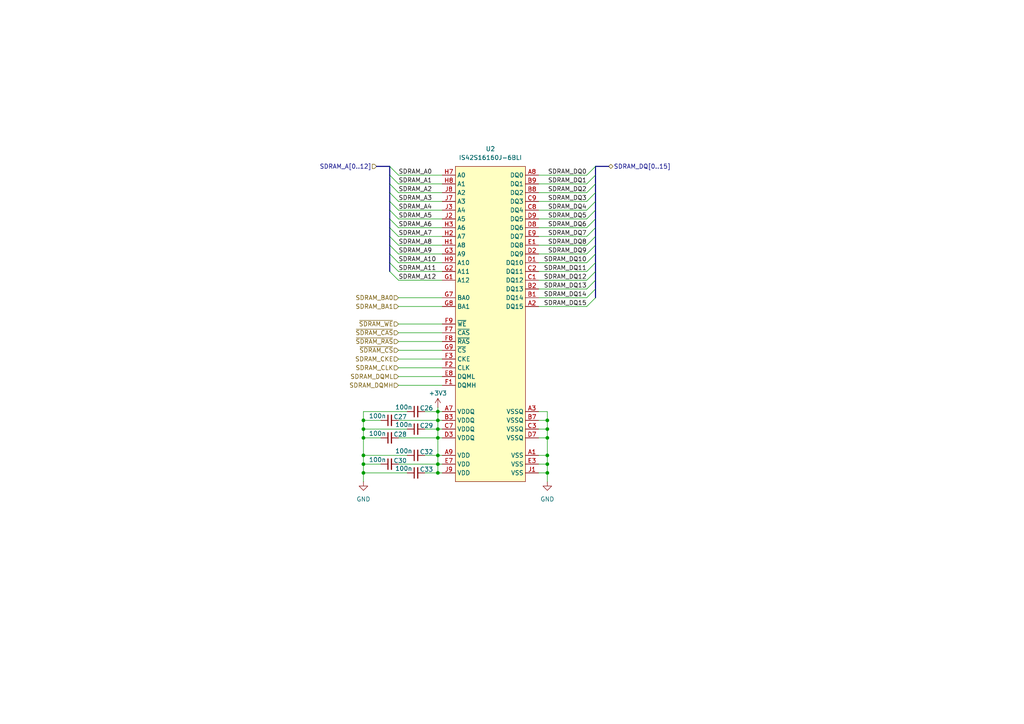
<source format=kicad_sch>
(kicad_sch (version 20231120) (generator "eeschema") (generator_version "8.0")
  (paper "A4")
  (lib_symbols
    (symbol "Device:C_Small" (pin_numbers hide) (pin_names (offset 0.254) hide)
      (property "Reference" "C" (at 0.254 1.778 0))
      (property "Value" "C_Small" (at 0.254 -2.032 0))
      (symbol "C_Small_0_1"
        (polyline (pts (xy -1.524 -0.508) (xy 1.524 -0.508)) (stroke (width 0.3302)))
        (polyline (pts (xy -1.524 0.508) (xy 1.524 0.508)) (stroke (width 0.3048)))
      )
      (symbol "C_Small_1_1"
        (pin passive line (at 0 2.54 270) (length 2.032) (name "~") (number "1"))
        (pin passive line (at 0 -2.54 90) (length 2.032) (name "~") (number "2"))
      )
    )
    (symbol "Memory_SDRAM:IS42S16160J-6BLI-BGA"
      (property "Reference" "U" (at 0 50.038 0))
      (property "Value" "IS42S16160J-6BLI" (at 0 47.752 0))
      (symbol "IS42S16160J-6BLI-BGA_1_1"
        (rectangle (start -10.16 45.72) (end 10.16 -45.72) (fill (type background)))
        (pin power_in line (at 13.97 -38.1 180) (length 3.81) (name "VSS") (number "A1"))
        (pin bidirectional line (at 13.97 5.08 180) (length 3.81) (name "DQ15") (number "A2"))
        (pin power_in line (at 13.97 -25.4 180) (length 3.81) (name "VSSQ") (number "A3"))
        (pin power_in line (at -13.97 -25.4 0) (length 3.81) (name "VDDQ") (number "A7"))
        (pin bidirectional line (at 13.97 43.18 180) (length 3.81) (name "DQ0") (number "A8"))
        (pin power_in line (at -13.97 -38.1 0) (length 3.81) (name "VDD") (number "A9"))
        (pin bidirectional line (at 13.97 7.62 180) (length 3.81) (name "DQ14") (number "B1"))
        (pin bidirectional line (at 13.97 10.16 180) (length 3.81) (name "DQ13") (number "B2"))
        (pin power_in line (at -13.97 -27.94 0) (length 3.81) (name "VDDQ") (number "B3"))
        (pin power_in line (at 13.97 -27.94 180) (length 3.81) (name "VSSQ") (number "B7"))
        (pin bidirectional line (at 13.97 38.1 180) (length 3.81) (name "DQ2") (number "B8"))
        (pin bidirectional line (at 13.97 40.64 180) (length 3.81) (name "DQ1") (number "B9"))
        (pin bidirectional line (at 13.97 12.7 180) (length 3.81) (name "DQ12") (number "C1"))
        (pin bidirectional line (at 13.97 15.24 180) (length 3.81) (name "DQ11") (number "C2"))
        (pin power_in line (at 13.97 -30.48 180) (length 3.81) (name "VSSQ") (number "C3"))
        (pin power_in line (at -13.97 -30.48 0) (length 3.81) (name "VDDQ") (number "C7"))
        (pin bidirectional line (at 13.97 33.02 180) (length 3.81) (name "DQ4") (number "C8"))
        (pin bidirectional line (at 13.97 35.56 180) (length 3.81) (name "DQ3") (number "C9"))
        (pin bidirectional line (at 13.97 17.78 180) (length 3.81) (name "DQ10") (number "D1"))
        (pin bidirectional line (at 13.97 20.32 180) (length 3.81) (name "DQ9") (number "D2"))
        (pin power_in line (at -13.97 -33.02 0) (length 3.81) (name "VDDQ") (number "D3"))
        (pin power_in line (at 13.97 -33.02 180) (length 3.81) (name "VSSQ") (number "D7"))
        (pin bidirectional line (at 13.97 27.94 180) (length 3.81) (name "DQ6") (number "D8"))
        (pin bidirectional line (at 13.97 30.48 180) (length 3.81) (name "DQ5") (number "D9"))
        (pin bidirectional line (at 13.97 22.86 180) (length 3.81) (name "DQ8") (number "E1"))
        (pin no_connect line (at 13.97 0 180) (length 3.81) hide (name "NC") (number "E2"))
        (pin power_in line (at 13.97 -40.64 180) (length 3.81) (name "VSS") (number "E3"))
        (pin power_in line (at -13.97 -40.64 0) (length 3.81) (name "VDD") (number "E7"))
        (pin input line (at -13.97 -15.24 0) (length 3.81) (name "DQML") (number "E8"))
        (pin bidirectional line (at 13.97 25.4 180) (length 3.81) (name "DQ7") (number "E9"))
        (pin input line (at -13.97 -17.78 0) (length 3.81) (name "DQMH") (number "F1"))
        (pin input line (at -13.97 -12.7 0) (length 3.81) (name "CLK") (number "F2"))
        (pin input line (at -13.97 -10.16 0) (length 3.81) (name "CKE") (number "F3"))
        (pin input line (at -13.97 -2.54 0) (length 3.81) (name "~{CAS}") (number "F7"))
        (pin input line (at -13.97 -5.08 0) (length 3.81) (name "~{RAS}") (number "F8"))
        (pin input line (at -13.97 0 0) (length 3.81) (name "~{WE}") (number "F9"))
        (pin input line (at -13.97 12.7 0) (length 3.81) (name "A12") (number "G1"))
        (pin input line (at -13.97 15.24 0) (length 3.81) (name "A11") (number "G2"))
        (pin input line (at -13.97 20.32 0) (length 3.81) (name "A9") (number "G3"))
        (pin input line (at -13.97 7.62 0) (length 3.81) (name "BA0") (number "G7"))
        (pin input line (at -13.97 5.08 0) (length 3.81) (name "BA1") (number "G8"))
        (pin input line (at -13.97 -7.62 0) (length 3.81) (name "~{CS}") (number "G9"))
        (pin input line (at -13.97 22.86 0) (length 3.81) (name "A8") (number "H1"))
        (pin input line (at -13.97 25.4 0) (length 3.81) (name "A7") (number "H2"))
        (pin input line (at -13.97 27.94 0) (length 3.81) (name "A6") (number "H3"))
        (pin input line (at -13.97 43.18 0) (length 3.81) (name "A0") (number "H7"))
        (pin input line (at -13.97 40.64 0) (length 3.81) (name "A1") (number "H8"))
        (pin input line (at -13.97 17.78 0) (length 3.81) (name "A10") (number "H9"))
        (pin power_in line (at 13.97 -43.18 180) (length 3.81) (name "VSS") (number "J1"))
        (pin input line (at -13.97 30.48 0) (length 3.81) (name "A5") (number "J2"))
        (pin input line (at -13.97 33.02 0) (length 3.81) (name "A4") (number "J3"))
        (pin input line (at -13.97 35.56 0) (length 3.81) (name "A3") (number "J7"))
        (pin input line (at -13.97 38.1 0) (length 3.81) (name "A2") (number "J8"))
        (pin power_in line (at -13.97 -43.18 0) (length 3.81) (name "VDD") (number "J9"))
      )
    )
    (symbol "power:+3V3" (power) (pin_numbers hide) (pin_names (offset 0) hide)
      (property "Value" "+3V3" (at 0 3.556 0))
      (symbol "+3V3_0_1"
        (polyline (pts (xy -0.762 1.27) (xy 0 2.54)))
        (polyline (pts (xy 0 0) (xy 0 2.54)))
        (polyline (pts (xy 0 2.54) (xy 0.762 1.27)))
      )
      (symbol "+3V3_1_1"
        (pin power_in line (at 0 0 90) (length 0) (name "~") (number "1"))
      )
    )
    (symbol "power:GND" (power) (pin_numbers hide) (pin_names (offset 0) hide)
      (property "Value" "GND" (at 0 -3.81 0))
      (symbol "GND_0_1"
        (polyline (pts (xy 0 0) (xy 0 -1.27) (xy 1.27 -1.27) (xy 0 -2.54) (xy -1.27 -1.27) (xy 0 -1.27)))
      )
      (symbol "GND_1_1"
        (pin power_in line (at 0 0 270) (length 0) (name "~") (number "1"))
      )
    )
  )
  (junction (at 105.41 132.08))
  (junction (at 158.75 124.46))
  (junction (at 127 134.62))
  (junction (at 158.75 137.16))
  (junction (at 158.75 121.92))
  (junction (at 127 127))
  (junction (at 105.41 121.92))
  (junction (at 105.41 124.46))
  (junction (at 105.41 127))
  (junction (at 158.75 132.08))
  (junction (at 127 119.38))
  (junction (at 105.41 134.62))
  (junction (at 105.41 137.16))
  (junction (at 158.75 134.62))
  (junction (at 127 121.92))
  (junction (at 127 132.08))
  (junction (at 158.75 127))
  (junction (at 127 137.16))
  (junction (at 127 124.46))
  (bus_entry (at 113.03 55.88) (size 2.54 2.54))
  (bus_entry (at 172.72 73.66) (size -2.54 2.54))
  (bus_entry (at 172.72 76.2) (size -2.54 2.54))
  (bus_entry (at 113.03 48.26) (size 2.54 2.54))
  (bus_entry (at 172.72 48.26) (size -2.54 2.54))
  (bus_entry (at 113.03 63.5) (size 2.54 2.54))
  (bus_entry (at 113.03 78.74) (size 2.54 2.54))
  (bus_entry (at 172.72 53.34) (size -2.54 2.54))
  (bus_entry (at 113.03 76.2) (size 2.54 2.54))
  (bus_entry (at 172.72 66.04) (size -2.54 2.54))
  (bus_entry (at 172.72 83.82) (size -2.54 2.54))
  (bus_entry (at 113.03 71.12) (size 2.54 2.54))
  (bus_entry (at 172.72 63.5) (size -2.54 2.54))
  (bus_entry (at 172.72 71.12) (size -2.54 2.54))
  (bus_entry (at 172.72 78.74) (size -2.54 2.54))
  (bus_entry (at 113.03 68.58) (size 2.54 2.54))
  (bus_entry (at 172.72 60.96) (size -2.54 2.54))
  (bus_entry (at 113.03 53.34) (size 2.54 2.54))
  (bus_entry (at 172.72 86.36) (size -2.54 2.54))
  (bus_entry (at 113.03 66.04) (size 2.54 2.54))
  (bus_entry (at 172.72 68.58) (size -2.54 2.54))
  (bus_entry (at 113.03 73.66) (size 2.54 2.54))
  (bus_entry (at 172.72 81.28) (size -2.54 2.54))
  (bus_entry (at 113.03 50.8) (size 2.54 2.54))
  (bus_entry (at 172.72 58.42) (size -2.54 2.54))
  (bus_entry (at 172.72 55.88) (size -2.54 2.54))
  (bus_entry (at 172.72 50.8) (size -2.54 2.54))
  (bus_entry (at 113.03 60.96) (size 2.54 2.54))
  (bus_entry (at 113.03 58.42) (size 2.54 2.54))
  (wire (pts (xy 115.57 93.98) (xy 128.27 93.98)))
  (bus (pts (xy 172.72 60.96) (xy 172.72 63.5)))
  (wire (pts (xy 156.21 63.5) (xy 170.18 63.5)))
  (wire (pts (xy 115.57 60.96) (xy 128.27 60.96)))
  (wire (pts (xy 105.41 124.46) (xy 105.41 127)))
  (wire (pts (xy 127 119.38) (xy 128.27 119.38)))
  (bus (pts (xy 113.03 48.26) (xy 113.03 50.8)))
  (bus (pts (xy 172.72 66.04) (xy 172.72 68.58)))
  (wire (pts (xy 156.21 127) (xy 158.75 127)))
  (bus (pts (xy 113.03 73.66) (xy 113.03 76.2)))
  (wire (pts (xy 156.21 124.46) (xy 158.75 124.46)))
  (wire (pts (xy 105.41 132.08) (xy 118.11 132.08)))
  (wire (pts (xy 115.57 109.22) (xy 128.27 109.22)))
  (bus (pts (xy 172.72 81.28) (xy 172.72 83.82)))
  (wire (pts (xy 115.57 53.34) (xy 128.27 53.34)))
  (wire (pts (xy 105.41 134.62) (xy 105.41 137.16)))
  (wire (pts (xy 115.57 96.52) (xy 128.27 96.52)))
  (wire (pts (xy 156.21 71.12) (xy 170.18 71.12)))
  (wire (pts (xy 127 121.92) (xy 128.27 121.92)))
  (wire (pts (xy 115.57 78.74) (xy 128.27 78.74)))
  (wire (pts (xy 127 134.62) (xy 127 137.16)))
  (wire (pts (xy 158.75 132.08) (xy 158.75 134.62)))
  (wire (pts (xy 156.21 134.62) (xy 158.75 134.62)))
  (wire (pts (xy 115.57 76.2) (xy 128.27 76.2)))
  (wire (pts (xy 156.21 73.66) (xy 170.18 73.66)))
  (bus (pts (xy 172.72 48.26) (xy 176.53 48.26)))
  (wire (pts (xy 105.41 137.16) (xy 118.11 137.16)))
  (wire (pts (xy 156.21 86.36) (xy 170.18 86.36)))
  (wire (pts (xy 127 137.16) (xy 128.27 137.16)))
  (wire (pts (xy 156.21 78.74) (xy 170.18 78.74)))
  (wire (pts (xy 115.57 88.9) (xy 128.27 88.9)))
  (wire (pts (xy 156.21 76.2) (xy 170.18 76.2)))
  (wire (pts (xy 127 132.08) (xy 128.27 132.08)))
  (wire (pts (xy 105.41 119.38) (xy 105.41 121.92)))
  (wire (pts (xy 115.57 127) (xy 127 127)))
  (wire (pts (xy 127 118.11) (xy 127 119.38)))
  (wire (pts (xy 115.57 73.66) (xy 128.27 73.66)))
  (wire (pts (xy 115.57 58.42) (xy 128.27 58.42)))
  (wire (pts (xy 115.57 106.68) (xy 128.27 106.68)))
  (wire (pts (xy 115.57 71.12) (xy 128.27 71.12)))
  (wire (pts (xy 105.41 127) (xy 110.49 127)))
  (bus (pts (xy 113.03 60.96) (xy 113.03 63.5)))
  (wire (pts (xy 156.21 58.42) (xy 170.18 58.42)))
  (wire (pts (xy 158.75 119.38) (xy 158.75 121.92)))
  (wire (pts (xy 158.75 134.62) (xy 158.75 137.16)))
  (wire (pts (xy 115.57 81.28) (xy 128.27 81.28)))
  (wire (pts (xy 127 132.08) (xy 127 134.62)))
  (wire (pts (xy 156.21 50.8) (xy 170.18 50.8)))
  (wire (pts (xy 123.19 124.46) (xy 127 124.46)))
  (bus (pts (xy 172.72 83.82) (xy 172.72 86.36)))
  (wire (pts (xy 123.19 137.16) (xy 127 137.16)))
  (bus (pts (xy 172.72 50.8) (xy 172.72 53.34)))
  (wire (pts (xy 156.21 53.34) (xy 170.18 53.34)))
  (wire (pts (xy 115.57 99.06) (xy 128.27 99.06)))
  (wire (pts (xy 156.21 55.88) (xy 170.18 55.88)))
  (bus (pts (xy 109.22 48.26) (xy 113.03 48.26)))
  (bus (pts (xy 172.72 53.34) (xy 172.72 55.88)))
  (wire (pts (xy 105.41 124.46) (xy 118.11 124.46)))
  (wire (pts (xy 115.57 68.58) (xy 128.27 68.58)))
  (wire (pts (xy 127 119.38) (xy 127 121.92)))
  (wire (pts (xy 156.21 121.92) (xy 158.75 121.92)))
  (bus (pts (xy 113.03 76.2) (xy 113.03 78.74)))
  (wire (pts (xy 158.75 127) (xy 158.75 132.08)))
  (wire (pts (xy 156.21 60.96) (xy 170.18 60.96)))
  (bus (pts (xy 113.03 66.04) (xy 113.03 68.58)))
  (wire (pts (xy 115.57 104.14) (xy 128.27 104.14)))
  (wire (pts (xy 127 121.92) (xy 127 124.46)))
  (bus (pts (xy 172.72 58.42) (xy 172.72 60.96)))
  (wire (pts (xy 105.41 121.92) (xy 105.41 124.46)))
  (wire (pts (xy 115.57 66.04) (xy 128.27 66.04)))
  (wire (pts (xy 115.57 55.88) (xy 128.27 55.88)))
  (bus (pts (xy 113.03 50.8) (xy 113.03 53.34)))
  (wire (pts (xy 105.41 127) (xy 105.41 132.08)))
  (wire (pts (xy 115.57 63.5) (xy 128.27 63.5)))
  (wire (pts (xy 156.21 66.04) (xy 170.18 66.04)))
  (bus (pts (xy 113.03 53.34) (xy 113.03 55.88)))
  (wire (pts (xy 115.57 101.6) (xy 128.27 101.6)))
  (bus (pts (xy 172.72 73.66) (xy 172.72 76.2)))
  (wire (pts (xy 123.19 132.08) (xy 127 132.08)))
  (bus (pts (xy 113.03 71.12) (xy 113.03 73.66)))
  (wire (pts (xy 105.41 137.16) (xy 105.41 139.7)))
  (bus (pts (xy 172.72 71.12) (xy 172.72 73.66)))
  (wire (pts (xy 115.57 50.8) (xy 128.27 50.8)))
  (wire (pts (xy 158.75 124.46) (xy 158.75 127)))
  (wire (pts (xy 156.21 88.9) (xy 170.18 88.9)))
  (bus (pts (xy 113.03 58.42) (xy 113.03 60.96)))
  (wire (pts (xy 127 124.46) (xy 127 127)))
  (wire (pts (xy 115.57 121.92) (xy 127 121.92)))
  (wire (pts (xy 156.21 137.16) (xy 158.75 137.16)))
  (bus (pts (xy 113.03 55.88) (xy 113.03 58.42)))
  (wire (pts (xy 105.41 134.62) (xy 110.49 134.62)))
  (wire (pts (xy 115.57 86.36) (xy 128.27 86.36)))
  (wire (pts (xy 105.41 132.08) (xy 105.41 134.62)))
  (bus (pts (xy 172.72 78.74) (xy 172.72 81.28)))
  (wire (pts (xy 115.57 111.76) (xy 128.27 111.76)))
  (wire (pts (xy 156.21 83.82) (xy 170.18 83.82)))
  (wire (pts (xy 127 134.62) (xy 128.27 134.62)))
  (wire (pts (xy 105.41 121.92) (xy 110.49 121.92)))
  (wire (pts (xy 127 127) (xy 128.27 127)))
  (wire (pts (xy 156.21 68.58) (xy 170.18 68.58)))
  (bus (pts (xy 172.72 48.26) (xy 172.72 50.8)))
  (bus (pts (xy 172.72 55.88) (xy 172.72 58.42)))
  (wire (pts (xy 123.19 119.38) (xy 127 119.38)))
  (bus (pts (xy 172.72 68.58) (xy 172.72 71.12)))
  (wire (pts (xy 127 127) (xy 127 132.08)))
  (bus (pts (xy 172.72 76.2) (xy 172.72 78.74)))
  (bus (pts (xy 113.03 63.5) (xy 113.03 66.04)))
  (wire (pts (xy 158.75 137.16) (xy 158.75 139.7)))
  (wire (pts (xy 105.41 119.38) (xy 118.11 119.38)))
  (wire (pts (xy 156.21 119.38) (xy 158.75 119.38)))
  (bus (pts (xy 172.72 63.5) (xy 172.72 66.04)))
  (wire (pts (xy 115.57 134.62) (xy 127 134.62)))
  (wire (pts (xy 127 124.46) (xy 128.27 124.46)))
  (wire (pts (xy 156.21 81.28) (xy 170.18 81.28)))
  (bus (pts (xy 113.03 68.58) (xy 113.03 71.12)))
  (wire (pts (xy 156.21 132.08) (xy 158.75 132.08)))
  (wire (pts (xy 158.75 121.92) (xy 158.75 124.46)))
  (label "SDRAM_A0" (at 115.57 50.8 0))
  (label "SDRAM_A8" (at 115.57 71.12 0))
  (label "SDRAM_A1" (at 115.57 53.34 0))
  (label "SDRAM_DQ9" (at 170.18 73.66 180))
  (label "SDRAM_DQ10" (at 170.18 76.2 180))
  (label "SDRAM_A7" (at 115.57 68.58 0))
  (label "SDRAM_A4" (at 115.57 60.96 0))
  (label "SDRAM_A6" (at 115.57 66.04 0))
  (label "SDRAM_DQ5" (at 170.18 63.5 180))
  (label "SDRAM_DQ6" (at 170.18 66.04 180))
  (label "SDRAM_A2" (at 115.57 55.88 0))
  (label "SDRAM_DQ11" (at 170.18 78.74 180))
  (label "SDRAM_DQ1" (at 170.18 53.34 180))
  (label "SDRAM_A11" (at 115.57 78.74 0))
  (label "SDRAM_DQ2" (at 170.18 55.88 180))
  (label "SDRAM_A3" (at 115.57 58.42 0))
  (label "SDRAM_DQ3" (at 170.18 58.42 180))
  (label "SDRAM_DQ4" (at 170.18 60.96 180))
  (label "SDRAM_DQ7" (at 170.18 68.58 180))
  (label "SDRAM_A12" (at 115.57 81.28 0))
  (label "SDRAM_A5" (at 115.57 63.5 0))
  (label "SDRAM_DQ12" (at 170.18 81.28 180))
  (label "SDRAM_A10" (at 115.57 76.2 0))
  (label "SDRAM_DQ14" (at 170.18 86.36 180))
  (label "SDRAM_DQ8" (at 170.18 71.12 180))
  (label "SDRAM_A9" (at 115.57 73.66 0))
  (label "SDRAM_DQ15" (at 170.18 88.9 180))
  (label "SDRAM_DQ13" (at 170.18 83.82 180))
  (label "SDRAM_DQ0" (at 170.18 50.8 180))
  (hierarchical_label "SDRAM_CKE" (shape input) (at 115.57 104.14 180))
  (hierarchical_label "~{SDRAM_CAS}" (shape input) (at 115.57 96.52 180))
  (hierarchical_label "~{SDRAM_CS}" (shape input) (at 115.57 101.6 180))
  (hierarchical_label "SDRAM_CLK" (shape input) (at 115.57 106.68 180))
  (hierarchical_label "SDRAM_DQML" (shape input) (at 115.57 109.22 180))
  (hierarchical_label "SDRAM_A[0..12]" (shape input) (at 109.22 48.26 180))
  (hierarchical_label "~{SDRAM_RAS}" (shape input) (at 115.57 99.06 180))
  (hierarchical_label "~{SDRAM_WE}" (shape input) (at 115.57 93.98 180))
  (hierarchical_label "SDRAM_BA0" (shape input) (at 115.57 86.36 180))
  (hierarchical_label "SDRAM_DQMH" (shape input) (at 115.57 111.76 180))
  (hierarchical_label "SDRAM_BA1" (shape input) (at 115.57 88.9 180))
  (hierarchical_label "SDRAM_DQ[0..15]" (shape bidirectional) (at 176.53 48.26 0))
  (symbol (lib_id "Device:C_Small") (at 120.65 132.08 90) (unit 1)
    (property "Reference" "C32" (at 123.698 131.064 90))
    (property "Value" "100n" (at 117.094 130.81 90))
    (property "Footprint" "Capacitor_SMD:C_0201_0603Metric" (effects (hide yes)))
    (property "Description" "Unpolarized capacitor, small symbol" (effects (hide yes)))
  )
  (symbol (lib_id "power:+3V3") (at 127 118.11 0) (unit 1)
    (property "Reference" "#PWR050" (effects (hide yes)))
    (property "Value" "+3V3" (at 127 114.046 0))
    (property "Description" "Power symbol creates a global label with name \"+3V3\"" (effects (hide yes)))
  )
  (symbol (lib_id "Device:C_Small") (at 120.65 124.46 90) (unit 1)
    (property "Reference" "C29" (at 123.698 123.444 90))
    (property "Value" "100n" (at 117.094 123.19 90))
    (property "Footprint" "Capacitor_SMD:C_0201_0603Metric" (effects (hide yes)))
    (property "Description" "Unpolarized capacitor, small symbol" (effects (hide yes)))
  )
  (symbol (lib_id "Device:C_Small") (at 120.65 119.38 90) (unit 1)
    (property "Reference" "C26" (at 123.698 118.364 90))
    (property "Value" "100n" (at 117.094 118.11 90))
    (property "Footprint" "Capacitor_SMD:C_0201_0603Metric" (effects (hide yes)))
    (property "Description" "Unpolarized capacitor, small symbol" (effects (hide yes)))
  )
  (symbol (lib_id "Memory_SDRAM:IS42S16160J-6BLI-BGA") (at 142.24 93.98 0) (unit 1)
    (property "Reference" "U2" (at 142.24 43.18 0))
    (property "Value" "IS42S16160J-6BLI" (at 142.24 45.72 0))
    (property "Footprint" "Package_BGA:Alliance_TFBGA-54_8x8mm_Layout9x9_P0.8mm" (effects (hide yes)))
  )
  (symbol (lib_id "Device:C_Small") (at 113.03 134.62 90) (unit 1)
    (property "Reference" "C30" (at 116.078 133.604 90))
    (property "Value" "100n" (at 109.474 133.35 90))
    (property "Footprint" "Capacitor_SMD:C_0201_0603Metric" (effects (hide yes)))
    (property "Description" "Unpolarized capacitor, small symbol" (effects (hide yes)))
  )
  (symbol (lib_id "Device:C_Small") (at 113.03 127 90) (unit 1)
    (property "Reference" "C28" (at 116.078 125.984 90))
    (property "Value" "100n" (at 109.474 125.73 90))
    (property "Footprint" "Capacitor_SMD:C_0201_0603Metric" (effects (hide yes)))
    (property "Description" "Unpolarized capacitor, small symbol" (effects (hide yes)))
  )
  (symbol (lib_id "power:GND") (at 105.41 139.7 0) (unit 1)
    (property "Reference" "#PWR049" (effects (hide yes)))
    (property "Value" "GND" (at 105.41 144.78 0))
    (property "Description" "Power symbol creates a global label with name \"GND\" , ground" (effects (hide yes)))
  )
  (symbol (lib_id "power:GND") (at 158.75 139.7 0) (unit 1)
    (property "Reference" "#PWR051" (effects (hide yes)))
    (property "Value" "GND" (at 158.75 144.78 0))
    (property "Description" "Power symbol creates a global label with name \"GND\" , ground" (effects (hide yes)))
  )
  (symbol (lib_id "Device:C_Small") (at 120.65 137.16 90) (unit 1)
    (property "Reference" "C33" (at 123.698 136.144 90))
    (property "Value" "100n" (at 117.094 135.89 90))
    (property "Footprint" "Capacitor_SMD:C_0201_0603Metric" (effects (hide yes)))
    (property "Description" "Unpolarized capacitor, small symbol" (effects (hide yes)))
  )
  (symbol (lib_id "Device:C_Small") (at 113.03 121.92 90) (unit 1)
    (property "Reference" "C27" (at 116.078 120.904 90))
    (property "Value" "100n" (at 109.474 120.65 90))
    (property "Footprint" "Capacitor_SMD:C_0201_0603Metric" (effects (hide yes)))
    (property "Description" "Unpolarized capacitor, small symbol" (effects (hide yes)))
  )
)
</source>
